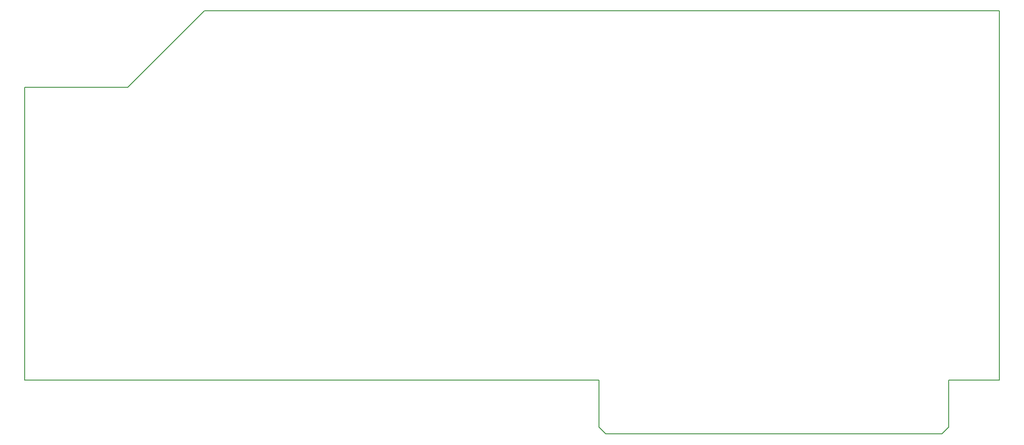
<source format=gm1>
G04 #@! TF.GenerationSoftware,KiCad,Pcbnew,5.0.2-bee76a0~70~ubuntu18.04.1*
G04 #@! TF.CreationDate,2019-01-08T23:51:52-05:00*
G04 #@! TF.ProjectId,adcboard,61646362-6f61-4726-942e-6b696361645f,rev?*
G04 #@! TF.SameCoordinates,Original*
G04 #@! TF.FileFunction,Profile,NP*
%FSLAX46Y46*%
G04 Gerber Fmt 4.6, Leading zero omitted, Abs format (unit mm)*
G04 Created by KiCad (PCBNEW 5.0.2-bee76a0~70~ubuntu18.04.1) date Tue 08 Jan 2019 11:51:52 PM EST*
%MOMM*%
%LPD*%
G01*
G04 APERTURE LIST*
%ADD10C,0.150000*%
G04 APERTURE END LIST*
D10*
X121031000Y-71120000D02*
X271145000Y-71120000D01*
X87122000Y-140970000D02*
X195580000Y-140970000D01*
X87122000Y-140970000D02*
X87122000Y-85598000D01*
X106553000Y-85598000D02*
X87122000Y-85598000D01*
X121031000Y-71120000D02*
X106553000Y-85598000D01*
X271145000Y-140970000D02*
X271145000Y-71120000D01*
X261620000Y-140970000D02*
X271145000Y-140970000D01*
X261620000Y-149860000D02*
X261620000Y-140970000D01*
X260350000Y-151130000D02*
X261620000Y-149860000D01*
X196850000Y-151130000D02*
X260350000Y-151130000D01*
X195580000Y-149860000D02*
X196850000Y-151130000D01*
X195580000Y-140970000D02*
X195580000Y-149860000D01*
M02*

</source>
